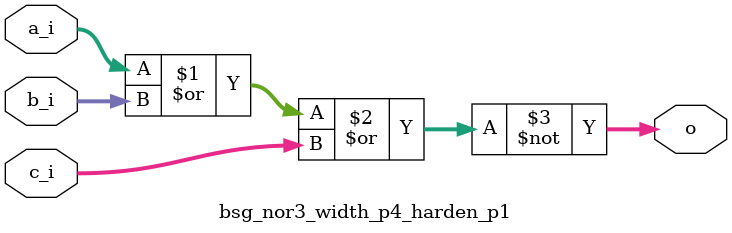
<source format=v>
module bsg_nor3_width_p4_harden_p1(	// /tmp/tmp.u85J9HVOym/12073_OpenABC_leaf_level_verilog_nangate45_bp_quad_bsg_nor3_width_p4_harden_p1.cleaned.mlir:2:3
  input  [3:0] a_i,	// /tmp/tmp.u85J9HVOym/12073_OpenABC_leaf_level_verilog_nangate45_bp_quad_bsg_nor3_width_p4_harden_p1.cleaned.mlir:2:45
               b_i,	// /tmp/tmp.u85J9HVOym/12073_OpenABC_leaf_level_verilog_nangate45_bp_quad_bsg_nor3_width_p4_harden_p1.cleaned.mlir:2:59
               c_i,	// /tmp/tmp.u85J9HVOym/12073_OpenABC_leaf_level_verilog_nangate45_bp_quad_bsg_nor3_width_p4_harden_p1.cleaned.mlir:2:73
  output [3:0] o	// /tmp/tmp.u85J9HVOym/12073_OpenABC_leaf_level_verilog_nangate45_bp_quad_bsg_nor3_width_p4_harden_p1.cleaned.mlir:2:88
);

  assign o = ~(a_i | b_i | c_i);	// /tmp/tmp.u85J9HVOym/12073_OpenABC_leaf_level_verilog_nangate45_bp_quad_bsg_nor3_width_p4_harden_p1.cleaned.mlir:4:10, :5:10, :6:5
endmodule


</source>
